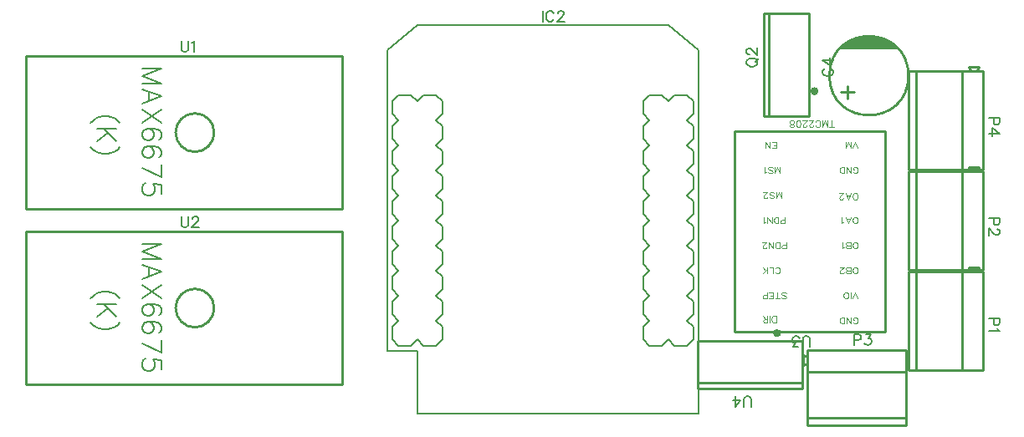
<source format=gto>
G04 Layer: TopSilkscreenLayer*
G04 EasyEDA v6.5.39, 2023-12-12 15:22:05*
G04 97430d4051d74cbab9520267499de571,defc1f93b7bc4f92b0c06f3051cee8fa,10*
G04 Gerber Generator version 0.2*
G04 Scale: 100 percent, Rotated: No, Reflected: No *
G04 Dimensions in millimeters *
G04 leading zeros omitted , absolute positions ,4 integer and 5 decimal *
%FSLAX45Y45*%
%MOMM*%

%ADD10C,0.1524*%
%ADD11C,0.2032*%
%ADD12C,0.1000*%
%ADD13C,0.1270*%
%ADD14C,0.2540*%
%ADD15C,0.4000*%
%ADD16C,0.0167*%

%LPD*%
D10*
X4000492Y4280910D02*
G01*
X4000492Y4171944D01*
X4112760Y4255002D02*
G01*
X4107426Y4265416D01*
X4097012Y4275830D01*
X4086852Y4280910D01*
X4066024Y4280910D01*
X4055610Y4275830D01*
X4045196Y4265416D01*
X4039862Y4255002D01*
X4034782Y4239254D01*
X4034782Y4213346D01*
X4039862Y4197852D01*
X4045196Y4187438D01*
X4055610Y4177024D01*
X4066024Y4171944D01*
X4086852Y4171944D01*
X4097012Y4177024D01*
X4107426Y4187438D01*
X4112760Y4197852D01*
X4152130Y4255002D02*
G01*
X4152130Y4260082D01*
X4157464Y4270496D01*
X4162544Y4275830D01*
X4172958Y4280910D01*
X4193786Y4280910D01*
X4204200Y4275830D01*
X4209280Y4270496D01*
X4214614Y4260082D01*
X4214614Y4249668D01*
X4209280Y4239254D01*
X4198866Y4223760D01*
X4147050Y4171944D01*
X4219694Y4171944D01*
X6064824Y3747584D02*
G01*
X6069904Y3737170D01*
X6080318Y3726756D01*
X6090732Y3721422D01*
X6106480Y3716342D01*
X6132388Y3716342D01*
X6147882Y3721422D01*
X6158296Y3726756D01*
X6168710Y3737170D01*
X6173790Y3747584D01*
X6173790Y3768412D01*
X6168710Y3778572D01*
X6158296Y3788986D01*
X6147882Y3794320D01*
X6132388Y3799400D01*
X6106480Y3799400D01*
X6090732Y3794320D01*
X6080318Y3788986D01*
X6069904Y3778572D01*
X6064824Y3768412D01*
X6064824Y3747584D01*
X6153216Y3763078D02*
G01*
X6184204Y3794320D01*
X6090732Y3839024D02*
G01*
X6085652Y3839024D01*
X6075238Y3844104D01*
X6069904Y3849438D01*
X6064824Y3859852D01*
X6064824Y3880426D01*
X6069904Y3890840D01*
X6075238Y3896174D01*
X6085652Y3901254D01*
X6096066Y3901254D01*
X6106480Y3896174D01*
X6121974Y3885760D01*
X6173790Y3833690D01*
X6173790Y3906588D01*
X6857415Y3697538D02*
G01*
X6847001Y3692204D01*
X6836587Y3681790D01*
X6831507Y3671376D01*
X6831507Y3650802D01*
X6836587Y3640388D01*
X6847001Y3629974D01*
X6857415Y3624640D01*
X6873163Y3619560D01*
X6899071Y3619560D01*
X6914565Y3624640D01*
X6924979Y3629974D01*
X6935393Y3640388D01*
X6940473Y3650802D01*
X6940473Y3671376D01*
X6935393Y3681790D01*
X6924979Y3692204D01*
X6914565Y3697538D01*
X6831507Y3783644D02*
G01*
X6904151Y3731828D01*
X6904151Y3809806D01*
X6831507Y3783644D02*
G01*
X6940473Y3783644D01*
X8622776Y3198868D02*
G01*
X8513810Y3198868D01*
X8622776Y3198868D02*
G01*
X8622776Y3152132D01*
X8617696Y3136638D01*
X8612362Y3131304D01*
X8601948Y3126224D01*
X8586454Y3126224D01*
X8576040Y3131304D01*
X8570960Y3136638D01*
X8565626Y3152132D01*
X8565626Y3198868D01*
X8622776Y3039864D02*
G01*
X8550132Y3091934D01*
X8550132Y3013956D01*
X8622776Y3039864D02*
G01*
X8513810Y3039864D01*
X7151611Y1002792D02*
G01*
X7151611Y893826D01*
X7151611Y1002792D02*
G01*
X7198347Y1002792D01*
X7213841Y997712D01*
X7219175Y992378D01*
X7224255Y981963D01*
X7224255Y966470D01*
X7219175Y956055D01*
X7213841Y950976D01*
X7198347Y945642D01*
X7151611Y945642D01*
X7268959Y1002792D02*
G01*
X7326109Y1002792D01*
X7295121Y961136D01*
X7310615Y961136D01*
X7321029Y956055D01*
X7326109Y950976D01*
X7331443Y935228D01*
X7331443Y924813D01*
X7326109Y909320D01*
X7315695Y898905D01*
X7300201Y893826D01*
X7284707Y893826D01*
X7268959Y898905D01*
X7263879Y903986D01*
X7258545Y914400D01*
X8622776Y1166873D02*
G01*
X8513810Y1166873D01*
X8622776Y1166873D02*
G01*
X8622776Y1120137D01*
X8617696Y1104643D01*
X8612362Y1099309D01*
X8601948Y1094229D01*
X8586454Y1094229D01*
X8576040Y1099309D01*
X8570960Y1104643D01*
X8565626Y1120137D01*
X8565626Y1166873D01*
X8601948Y1059939D02*
G01*
X8607282Y1049525D01*
X8622776Y1033777D01*
X8513810Y1033777D01*
X8622776Y2182870D02*
G01*
X8513810Y2182870D01*
X8622776Y2182870D02*
G01*
X8622776Y2136134D01*
X8617696Y2120640D01*
X8612362Y2115306D01*
X8601948Y2110226D01*
X8586454Y2110226D01*
X8576040Y2115306D01*
X8570960Y2120640D01*
X8565626Y2136134D01*
X8565626Y2182870D01*
X8596868Y2070602D02*
G01*
X8601948Y2070602D01*
X8612362Y2065522D01*
X8617696Y2060188D01*
X8622776Y2049774D01*
X8622776Y2029200D01*
X8617696Y2018786D01*
X8612362Y2013452D01*
X8601948Y2008372D01*
X8591534Y2008372D01*
X8581120Y2013452D01*
X8565626Y2023866D01*
X8513810Y2075936D01*
X8513810Y2003038D01*
X342900Y3976110D02*
G01*
X342900Y3898132D01*
X347979Y3882638D01*
X358394Y3872224D01*
X374142Y3867144D01*
X384555Y3867144D01*
X400050Y3872224D01*
X410463Y3882638D01*
X415544Y3898132D01*
X415544Y3976110D01*
X449834Y3955282D02*
G01*
X460247Y3960616D01*
X475995Y3976110D01*
X475995Y3867144D01*
D11*
X141478Y3695694D02*
G01*
X-52323Y3695694D01*
X141478Y3695694D02*
G01*
X-52323Y3621780D01*
X141478Y3547866D02*
G01*
X-52323Y3621780D01*
X141478Y3547866D02*
G01*
X-52323Y3547866D01*
X141478Y3412992D02*
G01*
X-52323Y3486906D01*
X141478Y3412992D02*
G01*
X-52323Y3339078D01*
X12192Y3459220D02*
G01*
X12192Y3366764D01*
X141478Y3278118D02*
G01*
X-52323Y3148832D01*
X141478Y3148832D02*
G01*
X-52323Y3278118D01*
X113792Y2977128D02*
G01*
X132334Y2986272D01*
X141478Y3013958D01*
X141478Y3032500D01*
X132334Y3060186D01*
X104647Y3078728D01*
X58420Y3087872D01*
X12192Y3087872D01*
X-24637Y3078728D01*
X-43179Y3060186D01*
X-52323Y3032500D01*
X-52323Y3023356D01*
X-43179Y2995670D01*
X-24637Y2977128D01*
X3047Y2967984D01*
X12192Y2967984D01*
X39878Y2977128D01*
X58420Y2995670D01*
X67563Y3023356D01*
X67563Y3032500D01*
X58420Y3060186D01*
X39878Y3078728D01*
X12192Y3087872D01*
X113792Y2796026D02*
G01*
X132334Y2805424D01*
X141478Y2833110D01*
X141478Y2851398D01*
X132334Y2879084D01*
X104647Y2897626D01*
X58420Y2907024D01*
X12192Y2907024D01*
X-24637Y2897626D01*
X-43179Y2879084D01*
X-52323Y2851398D01*
X-52323Y2842254D01*
X-43179Y2814568D01*
X-24637Y2796026D01*
X3047Y2786882D01*
X12192Y2786882D01*
X39878Y2796026D01*
X58420Y2814568D01*
X67563Y2842254D01*
X67563Y2851398D01*
X58420Y2879084D01*
X39878Y2897626D01*
X12192Y2907024D01*
X141478Y2596636D02*
G01*
X-52323Y2688838D01*
X141478Y2725922D02*
G01*
X141478Y2596636D01*
X141478Y2424678D02*
G01*
X141478Y2517134D01*
X58420Y2526278D01*
X67563Y2517134D01*
X76962Y2489448D01*
X76962Y2461762D01*
X67563Y2434076D01*
X49276Y2415534D01*
X21589Y2406390D01*
X3047Y2406390D01*
X-24637Y2415534D01*
X-43179Y2434076D01*
X-52323Y2461762D01*
X-52323Y2489448D01*
X-43179Y2517134D01*
X-34036Y2526278D01*
X-15494Y2535676D01*
X-278637Y3148324D02*
G01*
X-297179Y3166866D01*
X-324865Y3185408D01*
X-361950Y3203950D01*
X-407923Y3213094D01*
X-445007Y3213094D01*
X-491236Y3203950D01*
X-528065Y3185408D01*
X-555752Y3166866D01*
X-574294Y3148324D01*
X-315721Y3087364D02*
G01*
X-509523Y3087364D01*
X-315721Y2958078D02*
G01*
X-445007Y3087364D01*
X-398779Y3041390D02*
G01*
X-509523Y2958078D01*
X-278637Y2897118D02*
G01*
X-297179Y2878830D01*
X-324865Y2860288D01*
X-361950Y2841746D01*
X-407923Y2832602D01*
X-445007Y2832602D01*
X-491236Y2841746D01*
X-528065Y2860288D01*
X-555752Y2878830D01*
X-574294Y2897118D01*
D10*
X342900Y2198115D02*
G01*
X342900Y2120137D01*
X347979Y2104644D01*
X358394Y2094229D01*
X374142Y2089150D01*
X384555Y2089150D01*
X400050Y2094229D01*
X410463Y2104644D01*
X415544Y2120137D01*
X415544Y2198115D01*
X455168Y2172207D02*
G01*
X455168Y2177287D01*
X460247Y2187702D01*
X465581Y2193036D01*
X475995Y2198115D01*
X496570Y2198115D01*
X506984Y2193036D01*
X512318Y2187702D01*
X517397Y2177287D01*
X517397Y2166873D01*
X512318Y2156460D01*
X501904Y2140965D01*
X449834Y2089150D01*
X522731Y2089150D01*
D11*
X141478Y1917700D02*
G01*
X-52323Y1917700D01*
X141478Y1917700D02*
G01*
X-52323Y1843786D01*
X141478Y1769871D02*
G01*
X-52323Y1843786D01*
X141478Y1769871D02*
G01*
X-52323Y1769871D01*
X141478Y1634997D02*
G01*
X-52323Y1708912D01*
X141478Y1634997D02*
G01*
X-52323Y1561084D01*
X12192Y1681226D02*
G01*
X12192Y1588770D01*
X141478Y1500123D02*
G01*
X-52323Y1370837D01*
X141478Y1370837D02*
G01*
X-52323Y1500123D01*
X113792Y1199134D02*
G01*
X132334Y1208278D01*
X141478Y1235963D01*
X141478Y1254505D01*
X132334Y1282192D01*
X104647Y1300734D01*
X58420Y1309878D01*
X12192Y1309878D01*
X-24637Y1300734D01*
X-43179Y1282192D01*
X-52323Y1254505D01*
X-52323Y1245362D01*
X-43179Y1217676D01*
X-24637Y1199134D01*
X3047Y1189989D01*
X12192Y1189989D01*
X39878Y1199134D01*
X58420Y1217676D01*
X67563Y1245362D01*
X67563Y1254505D01*
X58420Y1282192D01*
X39878Y1300734D01*
X12192Y1309878D01*
X113792Y1018031D02*
G01*
X132334Y1027429D01*
X141478Y1055115D01*
X141478Y1073404D01*
X132334Y1101089D01*
X104647Y1119631D01*
X58420Y1129029D01*
X12192Y1129029D01*
X-24637Y1119631D01*
X-43179Y1101089D01*
X-52323Y1073404D01*
X-52323Y1064260D01*
X-43179Y1036573D01*
X-24637Y1018031D01*
X3047Y1008887D01*
X12192Y1008887D01*
X39878Y1018031D01*
X58420Y1036573D01*
X67563Y1064260D01*
X67563Y1073404D01*
X58420Y1101089D01*
X39878Y1119631D01*
X12192Y1129029D01*
X141478Y818642D02*
G01*
X-52323Y910844D01*
X141478Y947928D02*
G01*
X141478Y818642D01*
X141478Y646684D02*
G01*
X141478Y739139D01*
X58420Y748284D01*
X67563Y739139D01*
X76962Y711454D01*
X76962Y683768D01*
X67563Y656081D01*
X49276Y637539D01*
X21589Y628395D01*
X3047Y628395D01*
X-24637Y637539D01*
X-43179Y656081D01*
X-52323Y683768D01*
X-52323Y711454D01*
X-43179Y739139D01*
X-34036Y748284D01*
X-15494Y757681D01*
X-278637Y1370329D02*
G01*
X-297179Y1388871D01*
X-324865Y1407413D01*
X-361950Y1425955D01*
X-407923Y1435100D01*
X-445007Y1435100D01*
X-491236Y1425955D01*
X-528065Y1407413D01*
X-555752Y1388871D01*
X-574294Y1370329D01*
X-315721Y1309370D02*
G01*
X-509523Y1309370D01*
X-315721Y1180084D02*
G01*
X-445007Y1309370D01*
X-398779Y1263395D02*
G01*
X-509523Y1180084D01*
X-278637Y1119123D02*
G01*
X-297179Y1100836D01*
X-324865Y1082294D01*
X-361950Y1063752D01*
X-407923Y1054607D01*
X-445007Y1054607D01*
X-491236Y1063752D01*
X-528065Y1082294D01*
X-555752Y1100836D01*
X-574294Y1119123D01*
D10*
X6705587Y875278D02*
G01*
X6705587Y953256D01*
X6700507Y968750D01*
X6690093Y979164D01*
X6674345Y984244D01*
X6663931Y984244D01*
X6648437Y979164D01*
X6638023Y968750D01*
X6632943Y953256D01*
X6632943Y875278D01*
X6588239Y875278D02*
G01*
X6531089Y875278D01*
X6562077Y916934D01*
X6546583Y916934D01*
X6536169Y922014D01*
X6531089Y927094D01*
X6525755Y942842D01*
X6525755Y953256D01*
X6531089Y968750D01*
X6541503Y979164D01*
X6556997Y984244D01*
X6572491Y984244D01*
X6588239Y979164D01*
X6593319Y974084D01*
X6598653Y963670D01*
D12*
X7188187Y2888482D02*
G01*
X7162787Y2955284D01*
X7137387Y2888482D02*
G01*
X7162787Y2955284D01*
X7116305Y2888482D02*
G01*
X7116305Y2955284D01*
X7116305Y2888482D02*
G01*
X7090905Y2955284D01*
X7065251Y2888482D02*
G01*
X7090905Y2955284D01*
X7065251Y2888482D02*
G01*
X7065251Y2955284D01*
X7140435Y2650484D02*
G01*
X7143737Y2643880D01*
X7150087Y2637530D01*
X7156437Y2634482D01*
X7169137Y2634482D01*
X7175487Y2637530D01*
X7181837Y2643880D01*
X7184885Y2650484D01*
X7188187Y2659882D01*
X7188187Y2675884D01*
X7184885Y2685282D01*
X7181837Y2691632D01*
X7175487Y2697982D01*
X7169137Y2701284D01*
X7156437Y2701284D01*
X7150087Y2697982D01*
X7143737Y2691632D01*
X7140435Y2685282D01*
X7140435Y2675884D01*
X7156437Y2675884D02*
G01*
X7140435Y2675884D01*
X7119353Y2634482D02*
G01*
X7119353Y2701284D01*
X7119353Y2634482D02*
G01*
X7074903Y2701284D01*
X7074903Y2634482D02*
G01*
X7074903Y2701284D01*
X7053821Y2634482D02*
G01*
X7053821Y2701284D01*
X7053821Y2634482D02*
G01*
X7031723Y2634482D01*
X7022071Y2637530D01*
X7015721Y2643880D01*
X7012673Y2650484D01*
X7009371Y2659882D01*
X7009371Y2675884D01*
X7012673Y2685282D01*
X7015721Y2691632D01*
X7022071Y2697982D01*
X7031723Y2701284D01*
X7053821Y2701284D01*
X7169137Y2367782D02*
G01*
X7175487Y2370830D01*
X7181837Y2377180D01*
X7184885Y2383784D01*
X7188187Y2393182D01*
X7188187Y2409184D01*
X7184885Y2418582D01*
X7181837Y2424932D01*
X7175487Y2431282D01*
X7169137Y2434584D01*
X7156437Y2434584D01*
X7150087Y2431282D01*
X7143737Y2424932D01*
X7140435Y2418582D01*
X7137387Y2409184D01*
X7137387Y2393182D01*
X7140435Y2383784D01*
X7143737Y2377180D01*
X7150087Y2370830D01*
X7156437Y2367782D01*
X7169137Y2367782D01*
X7090905Y2367782D02*
G01*
X7116305Y2434584D01*
X7090905Y2367782D02*
G01*
X7065251Y2434584D01*
X7106653Y2412232D02*
G01*
X7074903Y2412232D01*
X7041121Y2383784D02*
G01*
X7041121Y2380482D01*
X7038073Y2374132D01*
X7034771Y2370830D01*
X7028421Y2367782D01*
X7015721Y2367782D01*
X7009371Y2370830D01*
X7006069Y2374132D01*
X7003021Y2380482D01*
X7003021Y2386832D01*
X7006069Y2393182D01*
X7012673Y2402834D01*
X7044423Y2434584D01*
X6999719Y2434584D01*
X7169137Y2126482D02*
G01*
X7175487Y2129530D01*
X7181837Y2135880D01*
X7184885Y2142484D01*
X7188187Y2151882D01*
X7188187Y2167884D01*
X7184885Y2177282D01*
X7181837Y2183632D01*
X7175487Y2189982D01*
X7169137Y2193284D01*
X7156437Y2193284D01*
X7150087Y2189982D01*
X7143737Y2183632D01*
X7140435Y2177282D01*
X7137387Y2167884D01*
X7137387Y2151882D01*
X7140435Y2142484D01*
X7143737Y2135880D01*
X7150087Y2129530D01*
X7156437Y2126482D01*
X7169137Y2126482D01*
X7090905Y2126482D02*
G01*
X7116305Y2193284D01*
X7090905Y2126482D02*
G01*
X7065251Y2193284D01*
X7106653Y2170932D02*
G01*
X7074903Y2170932D01*
X7044423Y2139182D02*
G01*
X7038073Y2135880D01*
X7028421Y2126482D01*
X7028421Y2193284D01*
X7169137Y1872482D02*
G01*
X7175487Y1875530D01*
X7181837Y1881880D01*
X7184885Y1888484D01*
X7188187Y1897882D01*
X7188187Y1913884D01*
X7184885Y1923282D01*
X7181837Y1929632D01*
X7175487Y1935982D01*
X7169137Y1939284D01*
X7156437Y1939284D01*
X7150087Y1935982D01*
X7143737Y1929632D01*
X7140435Y1923282D01*
X7137387Y1913884D01*
X7137387Y1897882D01*
X7140435Y1888484D01*
X7143737Y1881880D01*
X7150087Y1875530D01*
X7156437Y1872482D01*
X7169137Y1872482D01*
X7116305Y1872482D02*
G01*
X7116305Y1939284D01*
X7116305Y1872482D02*
G01*
X7087603Y1872482D01*
X7078205Y1875530D01*
X7074903Y1878832D01*
X7071855Y1885182D01*
X7071855Y1891532D01*
X7074903Y1897882D01*
X7078205Y1901184D01*
X7087603Y1904232D01*
X7116305Y1904232D02*
G01*
X7087603Y1904232D01*
X7078205Y1907534D01*
X7074903Y1910582D01*
X7071855Y1916932D01*
X7071855Y1926584D01*
X7074903Y1932934D01*
X7078205Y1935982D01*
X7087603Y1939284D01*
X7116305Y1939284D01*
X7050773Y1885182D02*
G01*
X7044423Y1881880D01*
X7034771Y1872482D01*
X7034771Y1939284D01*
X7169137Y1618482D02*
G01*
X7175487Y1621530D01*
X7181837Y1627880D01*
X7184885Y1634484D01*
X7188187Y1643882D01*
X7188187Y1659884D01*
X7184885Y1669282D01*
X7181837Y1675632D01*
X7175487Y1681982D01*
X7169137Y1685284D01*
X7156437Y1685284D01*
X7150087Y1681982D01*
X7143737Y1675632D01*
X7140435Y1669282D01*
X7137387Y1659884D01*
X7137387Y1643882D01*
X7140435Y1634484D01*
X7143737Y1627880D01*
X7150087Y1621530D01*
X7156437Y1618482D01*
X7169137Y1618482D01*
X7116305Y1618482D02*
G01*
X7116305Y1685284D01*
X7116305Y1618482D02*
G01*
X7087603Y1618482D01*
X7078205Y1621530D01*
X7074903Y1624832D01*
X7071855Y1631182D01*
X7071855Y1637532D01*
X7074903Y1643882D01*
X7078205Y1647184D01*
X7087603Y1650232D01*
X7116305Y1650232D02*
G01*
X7087603Y1650232D01*
X7078205Y1653534D01*
X7074903Y1656582D01*
X7071855Y1662932D01*
X7071855Y1672584D01*
X7074903Y1678934D01*
X7078205Y1681982D01*
X7087603Y1685284D01*
X7116305Y1685284D01*
X7047471Y1634484D02*
G01*
X7047471Y1631182D01*
X7044423Y1624832D01*
X7041121Y1621530D01*
X7034771Y1618482D01*
X7022071Y1618482D01*
X7015721Y1621530D01*
X7012673Y1624832D01*
X7009371Y1631182D01*
X7009371Y1637532D01*
X7012673Y1643882D01*
X7019023Y1653534D01*
X7050773Y1685284D01*
X7006069Y1685284D01*
X7188187Y1364482D02*
G01*
X7162787Y1431284D01*
X7137387Y1364482D02*
G01*
X7162787Y1431284D01*
X7116305Y1364482D02*
G01*
X7116305Y1431284D01*
X7076173Y1364482D02*
G01*
X7082523Y1367530D01*
X7088873Y1373880D01*
X7092175Y1380484D01*
X7095223Y1389882D01*
X7095223Y1405884D01*
X7092175Y1415282D01*
X7088873Y1421632D01*
X7082523Y1427982D01*
X7076173Y1431284D01*
X7063473Y1431284D01*
X7057123Y1427982D01*
X7050773Y1421632D01*
X7047471Y1415282D01*
X7044423Y1405884D01*
X7044423Y1389882D01*
X7047471Y1380484D01*
X7050773Y1373880D01*
X7057123Y1367530D01*
X7063473Y1364482D01*
X7076173Y1364482D01*
X7140435Y1126484D02*
G01*
X7143737Y1119880D01*
X7150087Y1113530D01*
X7156437Y1110482D01*
X7169137Y1110482D01*
X7175487Y1113530D01*
X7181837Y1119880D01*
X7184885Y1126484D01*
X7188187Y1135882D01*
X7188187Y1151884D01*
X7184885Y1161282D01*
X7181837Y1167632D01*
X7175487Y1173982D01*
X7169137Y1177284D01*
X7156437Y1177284D01*
X7150087Y1173982D01*
X7143737Y1167632D01*
X7140435Y1161282D01*
X7140435Y1151884D01*
X7156437Y1151884D02*
G01*
X7140435Y1151884D01*
X7119353Y1110482D02*
G01*
X7119353Y1177284D01*
X7119353Y1110482D02*
G01*
X7074903Y1177284D01*
X7074903Y1110482D02*
G01*
X7074903Y1177284D01*
X7053821Y1110482D02*
G01*
X7053821Y1177284D01*
X7053821Y1110482D02*
G01*
X7031723Y1110482D01*
X7022071Y1113530D01*
X7015721Y1119880D01*
X7012673Y1126484D01*
X7009371Y1135882D01*
X7009371Y1151884D01*
X7012673Y1161282D01*
X7015721Y1167632D01*
X7022071Y1173982D01*
X7031723Y1177284D01*
X7053821Y1177284D01*
X6362687Y2888482D02*
G01*
X6362687Y2955284D01*
X6362687Y2888482D02*
G01*
X6321285Y2888482D01*
X6362687Y2920232D02*
G01*
X6337287Y2920232D01*
X6362687Y2955284D02*
G01*
X6321285Y2955284D01*
X6300203Y2888482D02*
G01*
X6300203Y2955284D01*
X6300203Y2888482D02*
G01*
X6255753Y2955284D01*
X6255753Y2888482D02*
G01*
X6255753Y2955284D01*
X6400787Y2634482D02*
G01*
X6400787Y2701284D01*
X6400787Y2634482D02*
G01*
X6375387Y2701284D01*
X6349987Y2634482D02*
G01*
X6375387Y2701284D01*
X6349987Y2634482D02*
G01*
X6349987Y2701284D01*
X6284455Y2643880D02*
G01*
X6290805Y2637530D01*
X6300203Y2634482D01*
X6312903Y2634482D01*
X6322555Y2637530D01*
X6328905Y2643880D01*
X6328905Y2650484D01*
X6325603Y2656834D01*
X6322555Y2659882D01*
X6316205Y2663184D01*
X6297155Y2669534D01*
X6290805Y2672582D01*
X6287503Y2675884D01*
X6284455Y2682234D01*
X6284455Y2691632D01*
X6290805Y2697982D01*
X6300203Y2701284D01*
X6312903Y2701284D01*
X6322555Y2697982D01*
X6328905Y2691632D01*
X6263373Y2647182D02*
G01*
X6257023Y2643880D01*
X6247371Y2634482D01*
X6247371Y2701284D01*
X6413487Y2380482D02*
G01*
X6413487Y2447284D01*
X6413487Y2380482D02*
G01*
X6388087Y2447284D01*
X6362687Y2380482D02*
G01*
X6388087Y2447284D01*
X6362687Y2380482D02*
G01*
X6362687Y2447284D01*
X6297155Y2389880D02*
G01*
X6303505Y2383530D01*
X6312903Y2380482D01*
X6325603Y2380482D01*
X6335255Y2383530D01*
X6341605Y2389880D01*
X6341605Y2396484D01*
X6338303Y2402834D01*
X6335255Y2405882D01*
X6328905Y2409184D01*
X6309855Y2415534D01*
X6303505Y2418582D01*
X6300203Y2421884D01*
X6297155Y2428234D01*
X6297155Y2437632D01*
X6303505Y2443982D01*
X6312903Y2447284D01*
X6325603Y2447284D01*
X6335255Y2443982D01*
X6341605Y2437632D01*
X6272771Y2396484D02*
G01*
X6272771Y2393182D01*
X6269723Y2386832D01*
X6266421Y2383530D01*
X6260071Y2380482D01*
X6247371Y2380482D01*
X6241021Y2383530D01*
X6237973Y2386832D01*
X6234671Y2393182D01*
X6234671Y2399532D01*
X6237973Y2405882D01*
X6244323Y2415534D01*
X6276073Y2447284D01*
X6231369Y2447284D01*
X6451587Y2126482D02*
G01*
X6451587Y2193284D01*
X6451587Y2126482D02*
G01*
X6422885Y2126482D01*
X6413487Y2129530D01*
X6410185Y2132832D01*
X6407137Y2139182D01*
X6407137Y2148834D01*
X6410185Y2155184D01*
X6413487Y2158232D01*
X6422885Y2161534D01*
X6451587Y2161534D01*
X6386055Y2126482D02*
G01*
X6386055Y2193284D01*
X6386055Y2126482D02*
G01*
X6363703Y2126482D01*
X6354305Y2129530D01*
X6347955Y2135880D01*
X6344653Y2142484D01*
X6341605Y2151882D01*
X6341605Y2167884D01*
X6344653Y2177282D01*
X6347955Y2183632D01*
X6354305Y2189982D01*
X6363703Y2193284D01*
X6386055Y2193284D01*
X6320523Y2126482D02*
G01*
X6320523Y2193284D01*
X6320523Y2126482D02*
G01*
X6276073Y2193284D01*
X6276073Y2126482D02*
G01*
X6276073Y2193284D01*
X6254991Y2139182D02*
G01*
X6248641Y2135880D01*
X6238989Y2126482D01*
X6238989Y2193284D01*
X6464287Y1872482D02*
G01*
X6464287Y1939284D01*
X6464287Y1872482D02*
G01*
X6435585Y1872482D01*
X6426187Y1875530D01*
X6422885Y1878832D01*
X6419837Y1885182D01*
X6419837Y1894834D01*
X6422885Y1901184D01*
X6426187Y1904232D01*
X6435585Y1907534D01*
X6464287Y1907534D01*
X6398755Y1872482D02*
G01*
X6398755Y1939284D01*
X6398755Y1872482D02*
G01*
X6376403Y1872482D01*
X6367005Y1875530D01*
X6360655Y1881880D01*
X6357353Y1888484D01*
X6354305Y1897882D01*
X6354305Y1913884D01*
X6357353Y1923282D01*
X6360655Y1929632D01*
X6367005Y1935982D01*
X6376403Y1939284D01*
X6398755Y1939284D01*
X6333223Y1872482D02*
G01*
X6333223Y1939284D01*
X6333223Y1872482D02*
G01*
X6288773Y1939284D01*
X6288773Y1872482D02*
G01*
X6288773Y1939284D01*
X6264389Y1888484D02*
G01*
X6264389Y1885182D01*
X6261341Y1878832D01*
X6258039Y1875530D01*
X6251689Y1872482D01*
X6238989Y1872482D01*
X6232639Y1875530D01*
X6229591Y1878832D01*
X6226289Y1885182D01*
X6226289Y1891532D01*
X6229591Y1897882D01*
X6235941Y1907534D01*
X6267691Y1939284D01*
X6222987Y1939284D01*
X6353035Y1634484D02*
G01*
X6356337Y1627880D01*
X6362687Y1621530D01*
X6369037Y1618482D01*
X6381737Y1618482D01*
X6388087Y1621530D01*
X6394437Y1627880D01*
X6397485Y1634484D01*
X6400787Y1643882D01*
X6400787Y1659884D01*
X6397485Y1669282D01*
X6394437Y1675632D01*
X6388087Y1681982D01*
X6381737Y1685284D01*
X6369037Y1685284D01*
X6362687Y1681982D01*
X6356337Y1675632D01*
X6353035Y1669282D01*
X6331953Y1618482D02*
G01*
X6331953Y1685284D01*
X6331953Y1685284D02*
G01*
X6293853Y1685284D01*
X6272771Y1618482D02*
G01*
X6272771Y1685284D01*
X6228321Y1618482D02*
G01*
X6272771Y1662932D01*
X6257023Y1647184D02*
G01*
X6228321Y1685284D01*
X6419837Y1373880D02*
G01*
X6426187Y1367530D01*
X6435585Y1364482D01*
X6448285Y1364482D01*
X6457937Y1367530D01*
X6464287Y1373880D01*
X6464287Y1380484D01*
X6460985Y1386834D01*
X6457937Y1389882D01*
X6451587Y1393184D01*
X6432537Y1399534D01*
X6426187Y1402582D01*
X6422885Y1405884D01*
X6419837Y1412234D01*
X6419837Y1421632D01*
X6426187Y1427982D01*
X6435585Y1431284D01*
X6448285Y1431284D01*
X6457937Y1427982D01*
X6464287Y1421632D01*
X6376403Y1364482D02*
G01*
X6376403Y1431284D01*
X6398755Y1364482D02*
G01*
X6354305Y1364482D01*
X6333223Y1364482D02*
G01*
X6333223Y1431284D01*
X6333223Y1364482D02*
G01*
X6291821Y1364482D01*
X6333223Y1396232D02*
G01*
X6307823Y1396232D01*
X6333223Y1431284D02*
G01*
X6291821Y1431284D01*
X6270739Y1364482D02*
G01*
X6270739Y1431284D01*
X6270739Y1364482D02*
G01*
X6242291Y1364482D01*
X6232639Y1367530D01*
X6229591Y1370832D01*
X6226289Y1377182D01*
X6226289Y1386834D01*
X6229591Y1393184D01*
X6232639Y1396232D01*
X6242291Y1399534D01*
X6270739Y1399534D01*
X6362687Y1123182D02*
G01*
X6362687Y1189984D01*
X6362687Y1123182D02*
G01*
X6340335Y1123182D01*
X6330937Y1126230D01*
X6324587Y1132580D01*
X6321285Y1139184D01*
X6318237Y1148582D01*
X6318237Y1164584D01*
X6321285Y1173982D01*
X6324587Y1180332D01*
X6330937Y1186682D01*
X6340335Y1189984D01*
X6362687Y1189984D01*
X6297155Y1123182D02*
G01*
X6297155Y1189984D01*
X6276073Y1123182D02*
G01*
X6276073Y1189984D01*
X6276073Y1123182D02*
G01*
X6247625Y1123182D01*
X6237973Y1126230D01*
X6234671Y1129532D01*
X6231623Y1135882D01*
X6231623Y1142232D01*
X6234671Y1148582D01*
X6237973Y1151884D01*
X6247625Y1154932D01*
X6276073Y1154932D01*
X6253975Y1154932D02*
G01*
X6231623Y1189984D01*
X6924535Y3104382D02*
G01*
X6924535Y3171184D01*
X6946887Y3104382D02*
G01*
X6902437Y3104382D01*
X6881355Y3104382D02*
G01*
X6881355Y3171184D01*
X6881355Y3104382D02*
G01*
X6855955Y3171184D01*
X6830555Y3104382D02*
G01*
X6855955Y3171184D01*
X6830555Y3104382D02*
G01*
X6830555Y3171184D01*
X6761721Y3120384D02*
G01*
X6764769Y3113780D01*
X6771373Y3107430D01*
X6777723Y3104382D01*
X6790423Y3104382D01*
X6796773Y3107430D01*
X6803123Y3113780D01*
X6806171Y3120384D01*
X6809473Y3129782D01*
X6809473Y3145784D01*
X6806171Y3155182D01*
X6803123Y3161532D01*
X6796773Y3167882D01*
X6790423Y3171184D01*
X6777723Y3171184D01*
X6771373Y3167882D01*
X6764769Y3161532D01*
X6761721Y3155182D01*
X6737591Y3120384D02*
G01*
X6737591Y3117082D01*
X6734289Y3110732D01*
X6731241Y3107430D01*
X6724891Y3104382D01*
X6712191Y3104382D01*
X6705587Y3107430D01*
X6702539Y3110732D01*
X6699237Y3117082D01*
X6699237Y3123432D01*
X6702539Y3129782D01*
X6708889Y3139434D01*
X6740639Y3171184D01*
X6696189Y3171184D01*
X6672059Y3120384D02*
G01*
X6672059Y3117082D01*
X6668757Y3110732D01*
X6665709Y3107430D01*
X6659359Y3104382D01*
X6646405Y3104382D01*
X6640055Y3107430D01*
X6637007Y3110732D01*
X6633705Y3117082D01*
X6633705Y3123432D01*
X6637007Y3129782D01*
X6643357Y3139434D01*
X6675107Y3171184D01*
X6630657Y3171184D01*
X6590525Y3104382D02*
G01*
X6600177Y3107430D01*
X6606527Y3117082D01*
X6609575Y3133084D01*
X6609575Y3142482D01*
X6606527Y3158484D01*
X6600177Y3167882D01*
X6590525Y3171184D01*
X6584175Y3171184D01*
X6574523Y3167882D01*
X6568173Y3158484D01*
X6565125Y3142482D01*
X6565125Y3133084D01*
X6568173Y3117082D01*
X6574523Y3107430D01*
X6584175Y3104382D01*
X6590525Y3104382D01*
X6528041Y3104382D02*
G01*
X6537693Y3107430D01*
X6540995Y3113780D01*
X6540995Y3120384D01*
X6537693Y3126734D01*
X6531343Y3129782D01*
X6518643Y3133084D01*
X6508991Y3136132D01*
X6502641Y3142482D01*
X6499593Y3148832D01*
X6499593Y3158484D01*
X6502641Y3164834D01*
X6505943Y3167882D01*
X6515341Y3171184D01*
X6528041Y3171184D01*
X6537693Y3167882D01*
X6540995Y3164834D01*
X6544043Y3158484D01*
X6544043Y3148832D01*
X6540995Y3142482D01*
X6534645Y3136132D01*
X6524993Y3133084D01*
X6512293Y3129782D01*
X6505943Y3126734D01*
X6502641Y3120384D01*
X6502641Y3113780D01*
X6505943Y3107430D01*
X6515341Y3104382D01*
X6528041Y3104382D01*
D10*
X6108692Y265193D02*
G01*
X6108692Y343171D01*
X6103612Y358665D01*
X6093198Y369079D01*
X6077450Y374159D01*
X6067036Y374159D01*
X6051542Y369079D01*
X6041128Y358665D01*
X6036048Y343171D01*
X6036048Y265193D01*
X5949688Y265193D02*
G01*
X6001758Y337837D01*
X5923780Y337837D01*
X5949688Y265193D02*
G01*
X5949688Y374159D01*
G36*
X7302500Y4014470D02*
G01*
X7283551Y4014063D01*
X7264704Y4012844D01*
X7245908Y4010812D01*
X7227214Y4007916D01*
X7208672Y4004259D01*
X7190282Y3999788D01*
X7172096Y3994505D01*
X7154164Y3988409D01*
X7136536Y3981602D01*
X7119213Y3973982D01*
X7102246Y3965651D01*
X7085634Y3956608D01*
X7069480Y3946804D01*
X7053732Y3936339D01*
X7038441Y3925163D01*
X7023658Y3913378D01*
X7009384Y3900932D01*
X7002475Y3894480D01*
X7602474Y3894480D01*
X7588503Y3907231D01*
X7573975Y3919372D01*
X7558938Y3930853D01*
X7543444Y3941673D01*
X7527493Y3951782D01*
X7511084Y3961231D01*
X7494270Y3969918D01*
X7477150Y3977894D01*
X7459624Y3985107D01*
X7441844Y3991559D01*
X7423810Y3997248D01*
X7405522Y4002125D01*
X7387081Y4006189D01*
X7368438Y4009440D01*
X7359091Y4010812D01*
X7340295Y4012844D01*
X7321397Y4014063D01*
G37*
D13*
X2425692Y838194D02*
G01*
X2425692Y2362194D01*
X2425692Y3124194D01*
X2425692Y3886194D01*
X2730492Y4140194D01*
X5270492Y4140194D01*
X5575292Y3886194D01*
X5575292Y3428994D01*
X5575292Y2971794D01*
X5575292Y2057394D01*
X5575292Y1117594D01*
X5575292Y203194D01*
X2730492Y203194D01*
X2730492Y838194D01*
X2425692Y838194D01*
X2476492Y1079494D02*
G01*
X2539992Y1142994D01*
X2476492Y1206494D01*
X2476492Y1333494D01*
X2539992Y1396994D01*
X2476492Y1460494D01*
X2476492Y1587494D01*
X2539992Y1650994D01*
X2476492Y1714494D01*
X2476492Y1841494D01*
X2539992Y1904994D01*
X2476492Y1968494D01*
X2476492Y2095494D01*
X2539992Y2158994D01*
X2476492Y2222494D01*
X2476492Y2349494D01*
X2539992Y2412994D01*
X2476492Y2476494D01*
X2476492Y2603494D01*
X2539992Y2666994D01*
X2476492Y2730494D01*
X2476492Y2857494D01*
X2539992Y2920994D01*
X2476492Y2984494D01*
X2476492Y3111494D01*
X2539992Y3174994D01*
X2476492Y3238494D01*
X2476492Y3365494D01*
X2539992Y3428994D01*
X2666992Y3428994D01*
X2730492Y3365494D01*
X2793992Y3428994D01*
X2920992Y3428994D01*
X2984492Y3365494D01*
X2984492Y3238494D01*
X2920992Y3174994D01*
X2984492Y3111494D01*
X2984492Y2984494D01*
X2920992Y2920994D01*
X2984492Y2857494D01*
X2984492Y2730494D01*
X2920992Y2666994D01*
X2984492Y2603494D01*
X2984492Y2476494D01*
X2920992Y2412994D01*
X2984492Y2349494D01*
X2984492Y2222494D01*
X2920992Y2158994D01*
X2984492Y2095494D01*
X2984492Y1968494D01*
X2920992Y1904994D01*
X2984492Y1841494D01*
X2984492Y1714494D01*
X2920992Y1650994D01*
X2984492Y1587494D01*
X2984492Y1460494D01*
X2920992Y1396994D01*
X2984492Y1333494D01*
X2984492Y1206494D01*
X2920992Y1142994D01*
X2984492Y1079494D01*
X2984492Y952494D01*
X2920992Y888994D01*
X2793992Y888994D01*
X2730492Y952494D01*
X2666992Y888994D01*
X2539992Y888994D01*
X2476492Y952494D01*
X2476492Y1079494D01*
X5079992Y888994D02*
G01*
X5016492Y952494D01*
X5016492Y1079494D01*
X5079992Y1142994D01*
X5016492Y1206494D01*
X5016492Y1333494D01*
X5079992Y1396994D01*
X5016492Y1460494D01*
X5016492Y1587494D01*
X5079992Y1650994D01*
X5016492Y1714494D01*
X5016492Y1841494D01*
X5079992Y1904994D01*
X5016492Y1968494D01*
X5016492Y2095494D01*
X5079992Y2158994D01*
X5016492Y2222494D01*
X5016492Y2349494D01*
X5079992Y2412994D01*
X5016492Y2476494D01*
X5016492Y2603494D01*
X5079992Y2666994D01*
X5016492Y2730494D01*
X5016492Y2857494D01*
X5079992Y2920994D01*
X5016492Y2984494D01*
X5016492Y3111494D01*
X5079992Y3174994D01*
X5016492Y3238494D01*
X5016492Y3365494D01*
X5079992Y3428994D01*
X5206992Y3428994D01*
X5270492Y3365494D01*
X5333992Y3428994D01*
X5460992Y3428994D01*
X5524492Y3365494D01*
X5524492Y3238494D01*
X5460992Y3174994D01*
X5524492Y3111494D01*
X5524492Y2984494D01*
X5460992Y2920994D01*
X5524492Y2857494D01*
X5524492Y2730494D01*
X5460992Y2666994D01*
X5524492Y2603494D01*
X5524492Y2476494D01*
X5460992Y2412994D01*
X5524492Y2349494D01*
X5524492Y2222494D01*
X5460992Y2158994D01*
X5524492Y2095494D01*
X5524492Y1968494D01*
X5460992Y1904994D01*
X5524492Y1841494D01*
X5524492Y1714494D01*
X5460992Y1650994D01*
X5524492Y1587494D01*
X5524492Y1460494D01*
X5460992Y1396994D01*
X5524492Y1333494D01*
X5524492Y1206494D01*
X5460992Y1142994D01*
X5524492Y1079494D01*
X5524492Y952494D01*
X5460992Y888994D01*
X5333992Y888994D01*
X5270492Y952494D01*
X5206992Y888994D01*
X5079992Y888994D01*
D14*
X6286487Y4254489D02*
G01*
X6286487Y3213089D01*
X6236985Y3213778D02*
G01*
X6236985Y4253781D01*
X6696979Y4253781D01*
X6696979Y3213778D01*
X6236985Y3213778D01*
X7082487Y3519492D02*
G01*
X7082487Y3395032D01*
X7151067Y3455992D02*
G01*
X7016447Y3455992D01*
X7779191Y3674991D02*
G01*
X7779191Y2674993D01*
X8393617Y3675524D02*
G01*
X8410983Y3714996D01*
X8310984Y3714996D01*
X8330676Y3675524D01*
X8460983Y3674991D02*
G01*
X8460983Y2674993D01*
X8460983Y3674991D02*
G01*
X7700985Y3674991D01*
X8460983Y2674993D02*
G01*
X7700985Y2674993D01*
X7700985Y3674991D02*
G01*
X7700985Y2674993D01*
X8241065Y3674991D02*
G01*
X8241065Y2674993D01*
X6675488Y159207D02*
G01*
X7675486Y159207D01*
X6674954Y773633D02*
G01*
X6635483Y790999D01*
X6635483Y690999D01*
X6674954Y710692D01*
X6675488Y840999D02*
G01*
X7675486Y840999D01*
X6675488Y840999D02*
G01*
X6675488Y81000D01*
X7675486Y840999D02*
G01*
X7675486Y81000D01*
X6675488Y81000D02*
G01*
X7675486Y81000D01*
X6675488Y621080D02*
G01*
X7675486Y621080D01*
X7779191Y1642996D02*
G01*
X7779191Y642998D01*
X8393617Y1643529D02*
G01*
X8410983Y1683001D01*
X8310984Y1683001D01*
X8330676Y1643529D01*
X8460983Y1642996D02*
G01*
X8460983Y642998D01*
X8460983Y1642996D02*
G01*
X7700985Y1642996D01*
X8460983Y642998D02*
G01*
X7700985Y642998D01*
X7700985Y1642996D02*
G01*
X7700985Y642998D01*
X8241065Y1642996D02*
G01*
X8241065Y642998D01*
X7779191Y2658993D02*
G01*
X7779191Y1658995D01*
X8393617Y2659527D02*
G01*
X8410983Y2698998D01*
X8310984Y2698998D01*
X8330676Y2659527D01*
X8460983Y2658993D02*
G01*
X8460983Y1658995D01*
X8460983Y2658993D02*
G01*
X7700985Y2658993D01*
X8460983Y1658995D02*
G01*
X7700985Y1658995D01*
X7700985Y2658993D02*
G01*
X7700985Y1658995D01*
X8241065Y2658993D02*
G01*
X8241065Y1658995D01*
X-1231900Y3822694D02*
G01*
X1968103Y3822694D01*
X1968103Y2272692D01*
X-1231900Y2272692D01*
X-1231900Y3822694D01*
X-1231900Y2044700D02*
G01*
X1968103Y2044700D01*
X1968103Y494698D01*
X-1231900Y494698D01*
X-1231900Y2044700D01*
X7467587Y1028694D02*
G01*
X5943587Y1028694D01*
X5943587Y3060694D01*
X7467587Y3060694D01*
X7467587Y1028694D01*
X6626092Y452602D02*
G01*
X5565891Y452602D01*
X5565891Y932411D01*
X6626092Y932411D01*
X6626092Y453110D01*
X6626092Y452602D01*
X5565995Y512518D02*
G01*
X6625988Y512518D01*
D15*
G75*
G01*
X6730990Y3467092D02*
G03*
X6730990Y3467346I19999J127D01*
D14*
G75*
G01*
X6902437Y3619746D02*
G03*
X6902437Y3626858I399984J3556D01*
G75*
G01*
X285801Y3047695D02*
G02*
X675800Y3047695I194999J704D01*
G75*
G01*
X675800Y3047695D02*
G02*
X285801Y3047695I-195000J-704D01*
G75*
G01*
X285801Y1269700D02*
G02*
X675800Y1269700I194999J704D01*
G75*
G01*
X675800Y1269700D02*
G02*
X285801Y1269700I-195000J-703D01*
D15*
G75*
G01*
X6372990Y995009D02*
G03*
X6372736Y995009I-127J20000D01*
M02*

</source>
